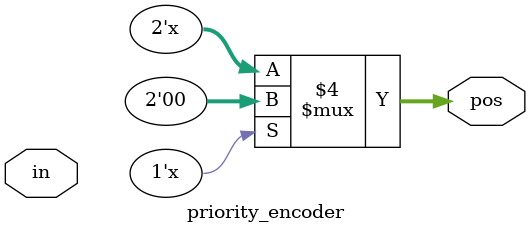
<source format=v>
module priority_encoder( 
input [2:0] in,
output reg [1:0] pos ); 
// When sel=1, assign b to out
always @ (in or pos)
begin
	if (pos == 2'b11)
	begin
	pos = 2'b00;
	end
end
endmodule

</source>
